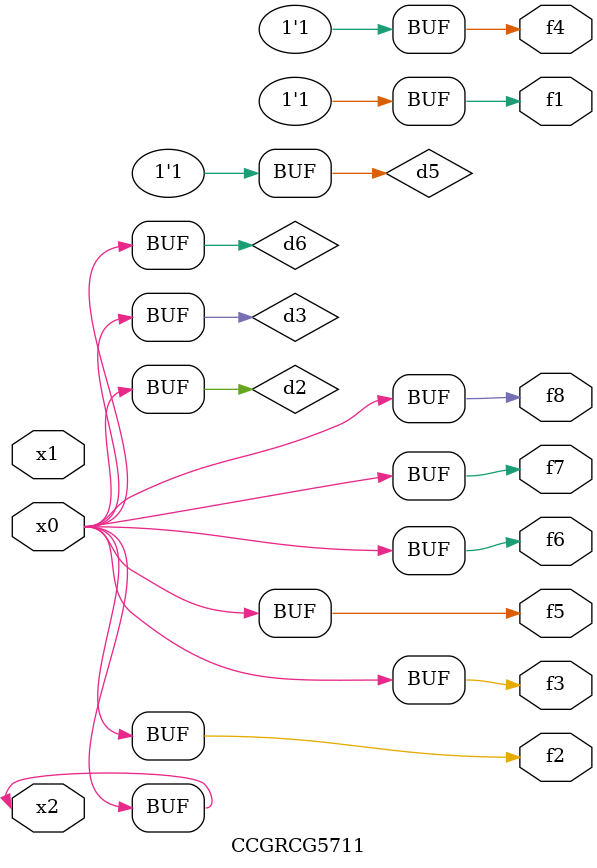
<source format=v>
module CCGRCG5711(
	input x0, x1, x2,
	output f1, f2, f3, f4, f5, f6, f7, f8
);

	wire d1, d2, d3, d4, d5, d6;

	xnor (d1, x2);
	buf (d2, x0, x2);
	and (d3, x0);
	xnor (d4, x1, x2);
	nand (d5, d1, d3);
	buf (d6, d2, d3);
	assign f1 = d5;
	assign f2 = d6;
	assign f3 = d6;
	assign f4 = d5;
	assign f5 = d6;
	assign f6 = d6;
	assign f7 = d6;
	assign f8 = d6;
endmodule

</source>
